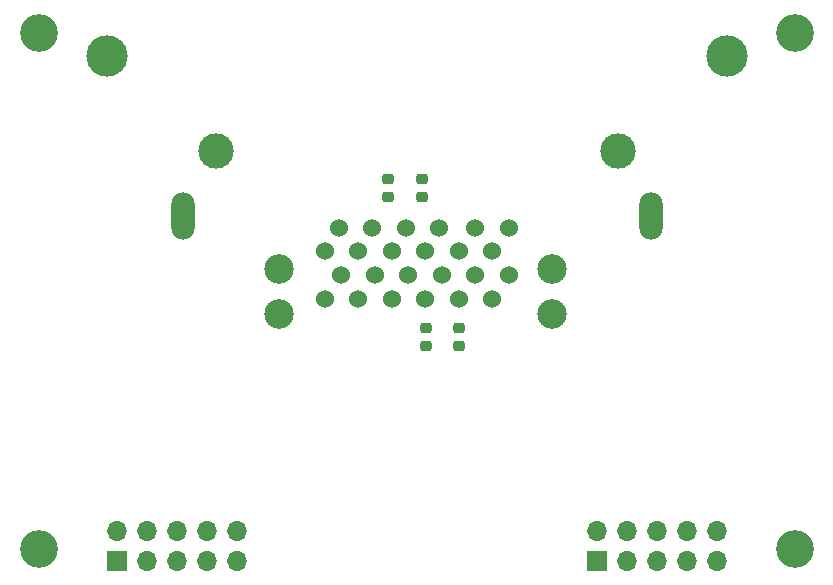
<source format=gbs>
G04 #@! TF.GenerationSoftware,KiCad,Pcbnew,(6.0.0)*
G04 #@! TF.CreationDate,2022-08-18T21:48:33-04:00*
G04 #@! TF.ProjectId,GC memory card breakout board (wii pinout),4743206d-656d-46f7-9279-206361726420,rev?*
G04 #@! TF.SameCoordinates,Original*
G04 #@! TF.FileFunction,Soldermask,Bot*
G04 #@! TF.FilePolarity,Negative*
%FSLAX46Y46*%
G04 Gerber Fmt 4.6, Leading zero omitted, Abs format (unit mm)*
G04 Created by KiCad (PCBNEW (6.0.0)) date 2022-08-18 21:48:33*
%MOMM*%
%LPD*%
G01*
G04 APERTURE LIST*
G04 Aperture macros list*
%AMRoundRect*
0 Rectangle with rounded corners*
0 $1 Rounding radius*
0 $2 $3 $4 $5 $6 $7 $8 $9 X,Y pos of 4 corners*
0 Add a 4 corners polygon primitive as box body*
4,1,4,$2,$3,$4,$5,$6,$7,$8,$9,$2,$3,0*
0 Add four circle primitives for the rounded corners*
1,1,$1+$1,$2,$3*
1,1,$1+$1,$4,$5*
1,1,$1+$1,$6,$7*
1,1,$1+$1,$8,$9*
0 Add four rect primitives between the rounded corners*
20,1,$1+$1,$2,$3,$4,$5,0*
20,1,$1+$1,$4,$5,$6,$7,0*
20,1,$1+$1,$6,$7,$8,$9,0*
20,1,$1+$1,$8,$9,$2,$3,0*%
G04 Aperture macros list end*
%ADD10C,3.200000*%
%ADD11R,1.700000X1.700000*%
%ADD12O,1.700000X1.700000*%
%ADD13C,3.000000*%
%ADD14C,1.524000*%
%ADD15C,2.500000*%
%ADD16O,2.000000X4.000000*%
%ADD17C,3.500000*%
%ADD18RoundRect,0.225000X0.250000X-0.225000X0.250000X0.225000X-0.250000X0.225000X-0.250000X-0.225000X0*%
%ADD19RoundRect,0.225000X-0.250000X0.225000X-0.250000X-0.225000X0.250000X-0.225000X0.250000X0.225000X0*%
G04 APERTURE END LIST*
D10*
X94996000Y-77724000D03*
D11*
X142240000Y-78740000D03*
D12*
X142240000Y-76200000D03*
X144780000Y-78740000D03*
X144780000Y-76200000D03*
X147320000Y-78740000D03*
X147320000Y-76200000D03*
X149860000Y-78740000D03*
X149860000Y-76200000D03*
X152400000Y-78740000D03*
X152400000Y-76200000D03*
D10*
X159004000Y-77724000D03*
D13*
X144000000Y-44013000D03*
X110000000Y-44013000D03*
D14*
X134799000Y-54513000D03*
X133381000Y-56513000D03*
X131963000Y-54513000D03*
X130545000Y-56513000D03*
X129127000Y-54513000D03*
X127709000Y-56513000D03*
X126291000Y-54513000D03*
X124873000Y-56513000D03*
X123455000Y-54513000D03*
X122037000Y-56513000D03*
X120619000Y-54513000D03*
X119201000Y-56513000D03*
X134799000Y-50513000D03*
X133381000Y-52513000D03*
X131963000Y-50513000D03*
X130545000Y-52513000D03*
X128906200Y-50513000D03*
X127709000Y-52513000D03*
X126070200Y-50513000D03*
X124873000Y-52513000D03*
X123234200Y-50513000D03*
X122037000Y-52513000D03*
X120398200Y-50513000D03*
X119201000Y-52513000D03*
D15*
X138429600Y-54005000D03*
X138429600Y-57835000D03*
X115349600Y-54005000D03*
X115349600Y-57835000D03*
D16*
X146799000Y-49513000D03*
X107201000Y-49513000D03*
D17*
X153250000Y-36013000D03*
X100750000Y-36013000D03*
D10*
X94996000Y-34036000D03*
X159004000Y-34036000D03*
D11*
X101600000Y-78740000D03*
D12*
X101600000Y-76200000D03*
X104140000Y-78740000D03*
X104140000Y-76200000D03*
X106680000Y-78740000D03*
X106680000Y-76200000D03*
X109220000Y-78740000D03*
X109220000Y-76200000D03*
X111760000Y-78740000D03*
X111760000Y-76200000D03*
D18*
X124587000Y-47917400D03*
X124587000Y-46367400D03*
D19*
X127762000Y-59016600D03*
X127762000Y-60566600D03*
D18*
X127457200Y-47917400D03*
X127457200Y-46367400D03*
D19*
X130606800Y-58991200D03*
X130606800Y-60541200D03*
M02*

</source>
